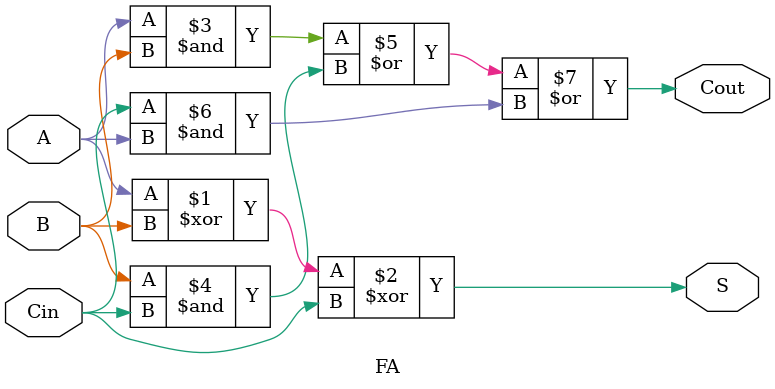
<source format=v>
`timescale 1ns / 1ps


module FA(
    input A,B,Cin,
    output S,Cout
    );

assign S=A^B^Cin;
assign Cout=(A&B)|(B&Cin)|(Cin&A);
endmodule

</source>
